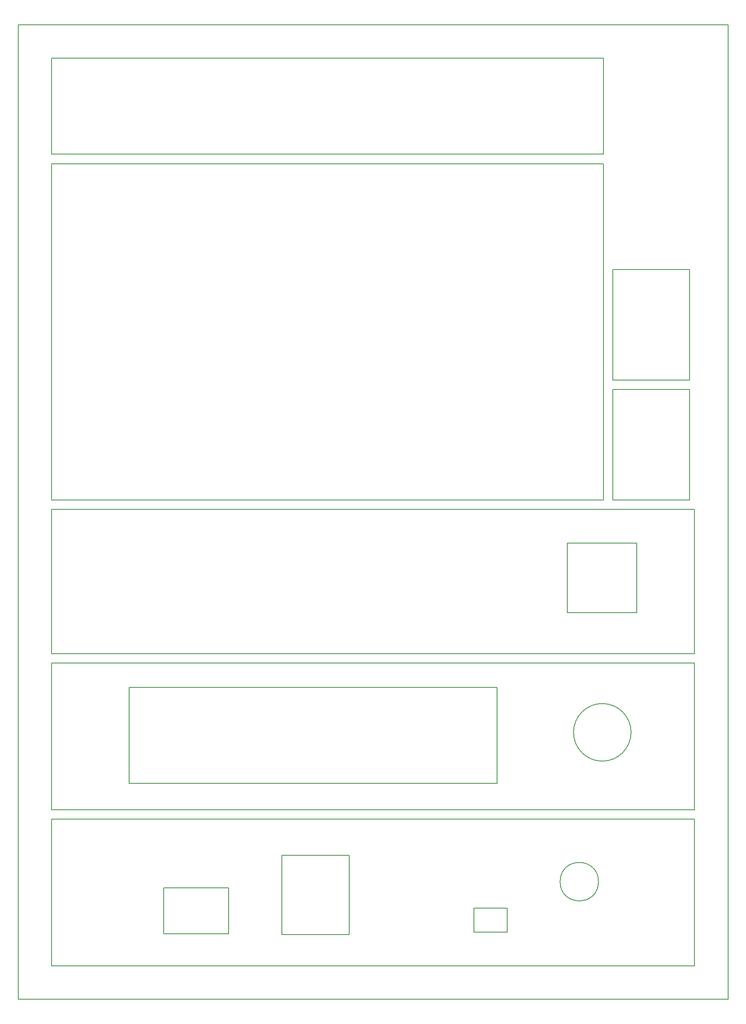
<source format=gbr>
%TF.GenerationSoftware,Novarm,DipTrace,3.3.0.1*%
%TF.CreationDate,2019-03-05T05:51:35+02:00*%
%FSLAX35Y35*%
%MOMM*%
%TF.FileFunction,Profile*%
%TF.Part,Single*%
%ADD11C,0.14*%
G75*
G01*
%LPD*%
X1000000Y1000000D2*
D11*
X15800000D1*
Y21300000D1*
X1000000D1*
Y1000000D1*
X1700000Y18400000D2*
X13200000D1*
Y11400000D1*
X1700000D1*
Y18400000D1*
Y8000000D2*
X15100000D1*
Y4950000D1*
X1700000D1*
Y8000000D1*
X3314700Y7495530D2*
X10984860D1*
Y5495643D1*
X3314700D1*
Y7495530D1*
X1700000Y20600000D2*
X13200000D1*
Y18600000D1*
X1700000D1*
Y20600000D1*
Y4749950D2*
X15100000D1*
Y1699950D1*
X1700000D1*
Y4749950D1*
X4036497Y3318200D2*
X5386497D1*
Y2368200D1*
X4036497D1*
Y3318200D1*
X12300000Y3449950D2*
G02X12300000Y3449950I400000J0D01*
G01*
X10500000Y2899950D2*
X11200000D1*
Y2399950D1*
X10500000D1*
Y2899950D1*
X6500000Y3999950D2*
X7900000D1*
Y2349950D1*
X6500000D1*
Y3999950D1*
X1700000Y11200000D2*
X15100000D1*
Y8200000D1*
X1700000D1*
Y11200000D1*
X12450000Y10500000D2*
X13900000D1*
Y9050000D1*
X12450000D1*
Y10500000D1*
X13400000Y13700000D2*
X15000000D1*
Y11400000D1*
X13400000D1*
Y13700000D1*
Y16200000D2*
X15000000D1*
Y13900000D1*
X13400000D1*
Y16200000D1*
X12580000Y6560000D2*
G02X12580000Y6560000I600000J0D01*
G01*
M02*

</source>
